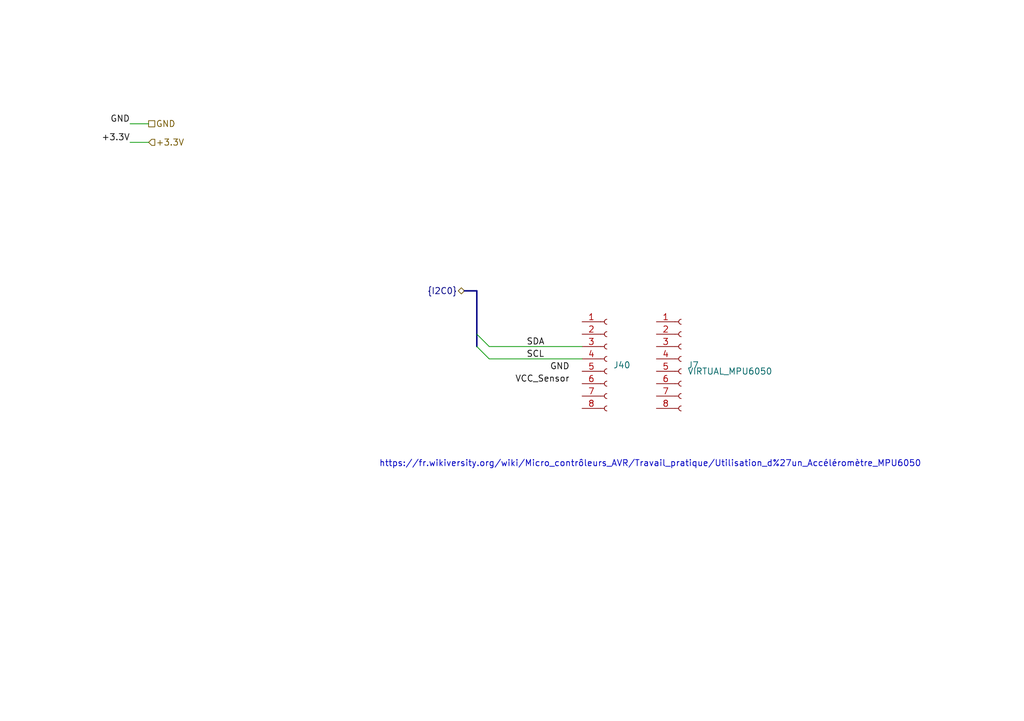
<source format=kicad_sch>
(kicad_sch (version 20231120) (generator "eeschema") (generator_version "8.0")
  (paper "A5")
  (title_block (title "Sensors") (date "2024-08-29") (rev "1.0") (company "Designed by CREPP-NLG"))
  (lib_symbols
    (symbol "Connector:Conn_01x08_Socket" (pin_names (offset 1.016) hide)
      (property "Reference" "J" (at 0 10.16 0))
      (property "Value" "Conn_01x08_Socket" (at 0 -12.7 0))
      (symbol "Conn_01x08_Socket_1_1"
        (arc (start 0 -9.652) (mid -0.5058 -10.16) (end 0 -10.668) (stroke (width 0.1524)))
        (arc (start 0 -7.112) (mid -0.5058 -7.62) (end 0 -8.128) (stroke (width 0.1524)))
        (arc (start 0 -4.572) (mid -0.5058 -5.08) (end 0 -5.588) (stroke (width 0.1524)))
        (arc (start 0 -2.032) (mid -0.5058 -2.54) (end 0 -3.048) (stroke (width 0.1524)))
        (polyline (pts (xy -1.27 -10.16) (xy -0.508 -10.16)) (stroke (width 0.1524)))
        (polyline (pts (xy -1.27 -7.62) (xy -0.508 -7.62)) (stroke (width 0.1524)))
        (polyline (pts (xy -1.27 -5.08) (xy -0.508 -5.08)) (stroke (width 0.1524)))
        (polyline (pts (xy -1.27 -2.54) (xy -0.508 -2.54)) (stroke (width 0.1524)))
        (polyline (pts (xy -1.27 0) (xy -0.508 0)) (stroke (width 0.1524)))
        (polyline (pts (xy -1.27 2.54) (xy -0.508 2.54)) (stroke (width 0.1524)))
        (polyline (pts (xy -1.27 5.08) (xy -0.508 5.08)) (stroke (width 0.1524)))
        (polyline (pts (xy -1.27 7.62) (xy -0.508 7.62)) (stroke (width 0.1524)))
        (arc (start 0 0.508) (mid -0.5058 0) (end 0 -0.508) (stroke (width 0.1524)))
        (arc (start 0 3.048) (mid -0.5058 2.54) (end 0 2.032) (stroke (width 0.1524)))
        (arc (start 0 5.588) (mid -0.5058 5.08) (end 0 4.572) (stroke (width 0.1524)))
        (arc (start 0 8.128) (mid -0.5058 7.62) (end 0 7.112) (stroke (width 0.1524)))
        (pin passive line (at -5.08 7.62 0) (length 3.81) (name "Pin_1") (number "1"))
        (pin passive line (at -5.08 5.08 0) (length 3.81) (name "Pin_2") (number "2"))
        (pin passive line (at -5.08 2.54 0) (length 3.81) (name "Pin_3") (number "3"))
        (pin passive line (at -5.08 0 0) (length 3.81) (name "Pin_4") (number "4"))
        (pin passive line (at -5.08 -2.54 0) (length 3.81) (name "Pin_5") (number "5"))
        (pin passive line (at -5.08 -5.08 0) (length 3.81) (name "Pin_6") (number "6"))
        (pin passive line (at -5.08 -7.62 0) (length 3.81) (name "Pin_7") (number "7"))
        (pin passive line (at -5.08 -10.16 0) (length 3.81) (name "Pin_8") (number "8"))
      )
    )
  )
  (bus_entry (at 100.33 71.12) (size -2.54 -2.54))
  (bus_entry (at 100.33 73.66) (size -2.54 -2.54))
  (bus (pts (xy 97.79 59.69) (xy 97.79 68.58)))
  (wire (pts (xy 26.67 29.21) (xy 30.48 29.21)))
  (bus (pts (xy 97.79 68.58) (xy 97.79 71.12)))
  (bus (pts (xy 95.25 59.69) (xy 97.79 59.69)))
  (wire (pts (xy 100.33 71.12) (xy 119.38 71.12)))
  (wire (pts (xy 100.33 73.66) (xy 119.38 73.66)))
  (wire (pts (xy 26.67 25.4) (xy 30.48 25.4)))
  (text "https://fr.wikiversity.org/wiki/Micro_contrôleurs_AVR/Travail_pratique/Utilisation_d%27un_Accéléromètre_MPU6050" (at 133.35 95.25 0) (effects (font (size 1.27 1.27))))
  (label "GND" (at 116.84 76.2 180))
  (label "GND" (at 26.67 25.4 180))
  (label "SCL" (at 107.95 73.66 0))
  (label "SDA" (at 107.95 71.12 0))
  (label "+3.3V" (at 26.67 29.21 180))
  (label "VCC_Sensor" (at 116.84 78.74 180))
  (hierarchical_label "{I2C0}" (shape bidirectional) (at 95.25 59.69 180))
  (hierarchical_label "GND" (shape passive) (at 30.48 25.4 0))
  (hierarchical_label "+3.3V" (shape input) (at 30.48 29.21 0))
  (symbol (lib_id "Connector:Conn_01x08_Socket") (at 139.7 73.66 0) (unit 1)
    (property "Reference" "J7" (at 140.97 74.9299 0) (effects (justify left)))
    (property "Value" "VIRTUAL_MPU6050" (at 140.97 76.1999 0) (effects (justify left)))
    (property "Footprint" "Connector_PinSocket_2.54mm:PinSocket_1x08_P2.54mm_Vertical" (effects (hide yes)))
    (property "Description" "Generic connector, single row, 01x08, script generated" (effects (hide yes)))
  )
  (symbol (lib_id "Connector:Conn_01x08_Socket") (at 124.46 73.66 0) (unit 1)
    (property "Reference" "J40" (at 125.73 74.9299 0) (effects (justify left)))
    (property "Value" "Conn_01x08_Socket" (effects (hide yes)))
    (property "Footprint" "Connector_PinSocket_2.54mm:PinSocket_1x08_P2.54mm_Vertical" (effects (hide yes)))
    (property "Description" "Generic connector, single row, 01x08, script generated" (effects (hide yes)))
  )
)
</source>
